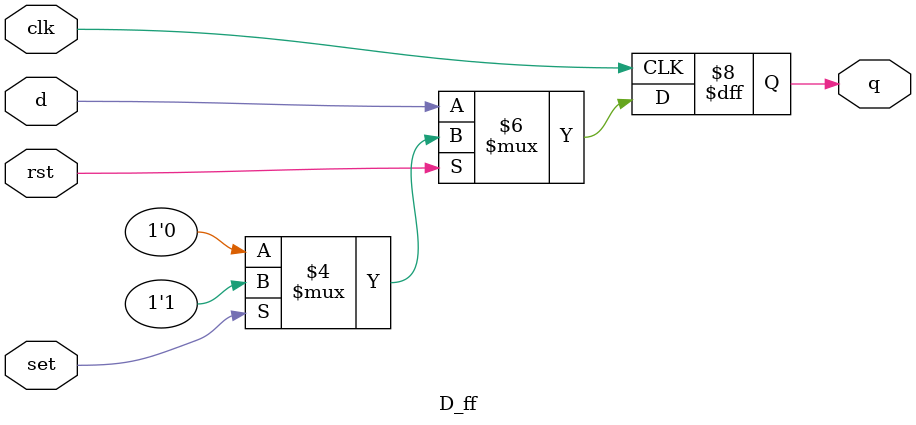
<source format=v>
module D_ff(d, clk, q, rst, set);
    input d, clk, rst, set;
    output q;
    reg q;

    always @(posedge clk) begin
        if (rst) begin
            if (set) begin
                q <= 1;
            end 
            else begin
                q <=0;
            end
        end else begin
        q <= d;          
        end
    end
endmodule
</source>
